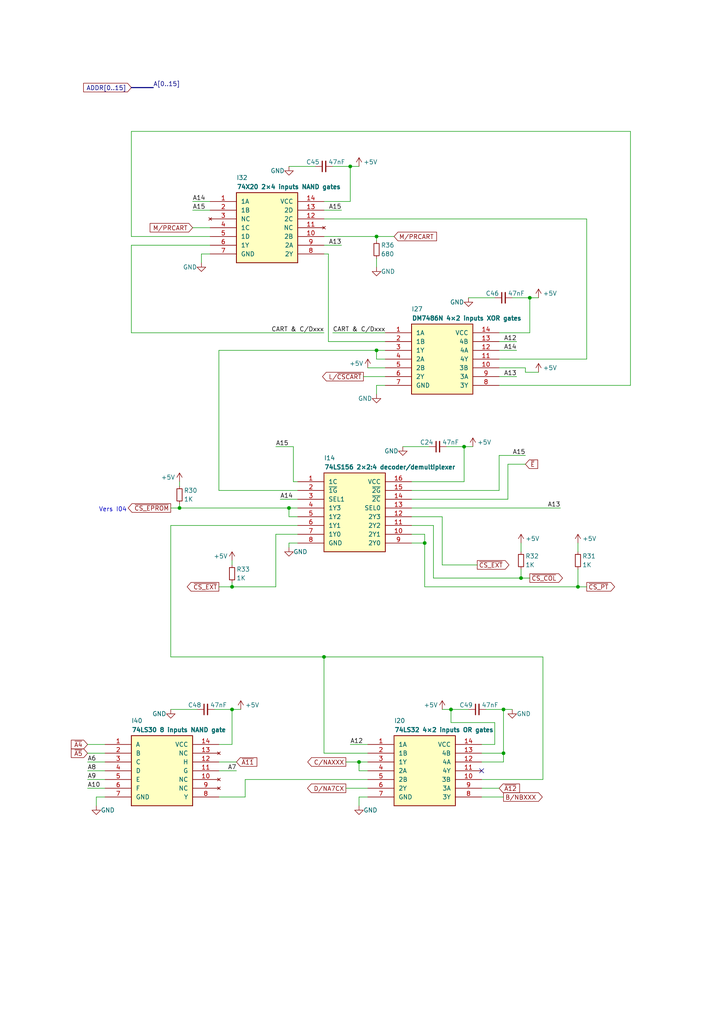
<source format=kicad_sch>
(kicad_sch (version 20211123) (generator eeschema)
  (paper "A4" portrait)
  (title_block (title "Conversion du Thomson MO5 — Unité centrale v1") (date "2023-05-24") (rev "ALPHA") (comment 1 "http://github.com/sporniket/kicad-conversions--thomson-mo5--v1") (comment 3 "Gate Array Motorola MCA 1300 ALS") (comment 4 "Reference : POP5001 501994-01"))
  (lib_symbols
    (symbol "74x156:DUAL_2-LINE_TO_4-LINE_DECODERS_DEMULTIPLEXERS_PHY" (pin_names (offset 1.27))
      (property "Reference" "U" (at -8.89 16.51 0))
      (property "Value" "DUAL_2-LINE_TO_4-LINE_DECODERS_DEMULTIPLEXERS_PHY" (at -8.89 13.97 0))
      (symbol "DUAL_2-LINE_TO_4-LINE_DECODERS_DEMULTIPLEXERS_PHY_0_0"
        (rectangle (start -8.89 11.43) (end 8.89 -11.43) (stroke (width 0.254)) (fill (type background)))
        (pin input line (at -16.51 8.89 0) (length 7.62) (name "1C") (number "1"))
        (pin output line (at 16.51 -6.35 180) (length 7.62) (name "2Y1") (number "10"))
        (pin output line (at 16.51 -3.81 180) (length 7.62) (name "2Y2") (number "11"))
        (pin output line (at 16.51 -1.27 180) (length 7.62) (name "2Y3") (number "12"))
        (pin input line (at 16.51 1.27 180) (length 7.62) (name "SEL0") (number "13"))
        (pin input line (at 16.51 3.81 180) (length 7.62) (name "~{2C}") (number "14"))
        (pin input line (at 16.51 6.35 180) (length 7.62) (name "~{2G}") (number "15"))
        (pin power_in line (at 16.51 8.89 180) (length 7.62) (name "VCC") (number "16"))
        (pin input line (at -16.51 6.35 0) (length 7.62) (name "~{1G}") (number "2"))
        (pin input line (at -16.51 3.81 0) (length 7.62) (name "SEL1") (number "3"))
        (pin output line (at -16.51 1.27 0) (length 7.62) (name "1Y3") (number "4"))
        (pin output line (at -16.51 -1.27 0) (length 7.62) (name "1Y2") (number "5"))
        (pin output line (at -16.51 -3.81 0) (length 7.62) (name "1Y1") (number "6"))
        (pin output line (at -16.51 -6.35 0) (length 7.62) (name "1Y0") (number "7"))
        (pin power_in line (at -16.51 -8.89 0) (length 7.62) (name "GND") (number "8"))
        (pin output line (at 16.51 -8.89 180) (length 7.62) (name "2Y0") (number "9"))
      )
    )
    (symbol "74x20:74X20_DUAL_4-INPUT_POSITIVE-NAND_GATES_PHY" (pin_names (offset 1.27))
      (property "Reference" "U" (at -8.89 15.24 0))
      (property "Value" "74X20_DUAL_4-INPUT_POSITIVE-NAND_GATES_PHY" (at -8.89 12.7 0))
      (symbol "74X20_DUAL_4-INPUT_POSITIVE-NAND_GATES_PHY_0_0"
        (rectangle (start -8.89 10.16) (end 8.89 -10.16) (stroke (width 0.254)) (fill (type background)))
        (pin input line (at -16.51 7.62 0) (length 7.62) (name "1A") (number "1"))
        (pin input line (at 16.51 -2.54 180) (length 7.62) (name "2B") (number "10"))
        (pin no_connect line (at 16.51 0 180) (length 7.62) (name "NC") (number "11"))
        (pin input line (at 16.51 2.54 180) (length 7.62) (name "2C") (number "12"))
        (pin input line (at 16.51 5.08 180) (length 7.62) (name "2D") (number "13"))
        (pin power_in line (at 16.51 7.62 180) (length 7.62) (name "VCC") (number "14"))
        (pin input line (at -16.51 5.08 0) (length 7.62) (name "1B") (number "2"))
        (pin no_connect line (at -16.51 2.54 0) (length 7.62) (name "NC") (number "3"))
        (pin input line (at -16.51 0 0) (length 7.62) (name "1C") (number "4"))
        (pin input line (at -16.51 -2.54 0) (length 7.62) (name "1D") (number "5"))
        (pin output line (at -16.51 -5.08 0) (length 7.62) (name "1Y") (number "6"))
        (pin power_in line (at -16.51 -7.62 0) (length 7.62) (name "GND") (number "7"))
        (pin output line (at 16.51 -7.62 180) (length 7.62) (name "2Y") (number "8"))
        (pin input line (at 16.51 -5.08 180) (length 7.62) (name "2A") (number "9"))
      )
    )
    (symbol "74x30:8-INPUT_POSITIVE-NAND_GATES_PHY" (pin_names (offset 1.27))
      (property "Reference" "U" (at -8.89 15.24 0))
      (property "Value" "8-INPUT_POSITIVE-NAND_GATES_PHY" (at -8.89 12.7 0))
      (symbol "8-INPUT_POSITIVE-NAND_GATES_PHY_0_0"
        (rectangle (start -8.89 10.16) (end 8.89 -10.16) (stroke (width 0.254)) (fill (type background)))
        (pin input line (at -16.51 7.62 0) (length 7.62) (name "A") (number "1"))
        (pin no_connect line (at 16.51 -2.54 180) (length 7.62) (name "NC") (number "10"))
        (pin input line (at 16.51 0 180) (length 7.62) (name "G") (number "11"))
        (pin input line (at 16.51 2.54 180) (length 7.62) (name "H") (number "12"))
        (pin no_connect line (at 16.51 5.08 180) (length 7.62) (name "NC") (number "13"))
        (pin power_in line (at 16.51 7.62 180) (length 7.62) (name "VCC") (number "14"))
        (pin input line (at -16.51 5.08 0) (length 7.62) (name "B") (number "2"))
        (pin input line (at -16.51 2.54 0) (length 7.62) (name "C") (number "3"))
        (pin input line (at -16.51 0 0) (length 7.62) (name "D") (number "4"))
        (pin input line (at -16.51 -2.54 0) (length 7.62) (name "E") (number "5"))
        (pin input line (at -16.51 -5.08 0) (length 7.62) (name "F") (number "6"))
        (pin power_in line (at -16.51 -7.62 0) (length 7.62) (name "GND") (number "7"))
        (pin output line (at 16.51 -7.62 180) (length 7.62) (name "Y") (number "8"))
        (pin no_connect line (at 16.51 -5.08 180) (length 7.62) (name "NC") (number "9"))
      )
    )
    (symbol "74x32:QUADRUPLE_2-INPUTS_POSITIVE-OR_GATES_PHY" (pin_names (offset 1.27))
      (property "Reference" "U" (at -8.89 15.24 0))
      (property "Value" "QUADRUPLE_2-INPUTS_POSITIVE-OR_GATES_PHY" (at -8.89 12.7 0))
      (symbol "QUADRUPLE_2-INPUTS_POSITIVE-OR_GATES_PHY_0_0"
        (rectangle (start -8.89 10.16) (end 8.89 -10.16) (stroke (width 0.254)) (fill (type background)))
        (pin input line (at -16.51 7.62 0) (length 7.62) (name "1A") (number "1"))
        (pin input line (at 16.51 -2.54 180) (length 7.62) (name "3B") (number "10"))
        (pin output line (at 16.51 0 180) (length 7.62) (name "4Y") (number "11"))
        (pin input line (at 16.51 2.54 180) (length 7.62) (name "4A") (number "12"))
        (pin input line (at 16.51 5.08 180) (length 7.62) (name "4B") (number "13"))
        (pin power_in line (at 16.51 7.62 180) (length 7.62) (name "VCC") (number "14"))
        (pin input line (at -16.51 5.08 0) (length 7.62) (name "1B") (number "2"))
        (pin output line (at -16.51 2.54 0) (length 7.62) (name "1Y") (number "3"))
        (pin input line (at -16.51 0 0) (length 7.62) (name "2A") (number "4"))
        (pin input line (at -16.51 -2.54 0) (length 7.62) (name "2B") (number "5"))
        (pin output line (at -16.51 -5.08 0) (length 7.62) (name "2Y") (number "6"))
        (pin power_in line (at -16.51 -7.62 0) (length 7.62) (name "GND") (number "7"))
        (pin output line (at 16.51 -7.62 180) (length 7.62) (name "3Y") (number "8"))
        (pin input line (at 16.51 -5.08 180) (length 7.62) (name "3A") (number "9"))
      )
    )
    (symbol "74x86:74X86_QUAD_2-INPUT_XOR_GATES_PHY" (pin_names (offset 1.27))
      (property "Reference" "U" (at -8.89 15.24 0))
      (property "Value" "74X86_QUAD_2-INPUT_XOR_GATES_PHY" (at -8.89 12.7 0))
      (symbol "74X86_QUAD_2-INPUT_XOR_GATES_PHY_0_0"
        (rectangle (start -8.89 10.16) (end 8.89 -10.16) (stroke (width 0.254)) (fill (type background)))
        (pin input line (at -16.51 7.62 0) (length 7.62) (name "1A") (number "1"))
        (pin input line (at 16.51 -2.54 180) (length 7.62) (name "3B") (number "10"))
        (pin output line (at 16.51 0 180) (length 7.62) (name "4Y") (number "11"))
        (pin input line (at 16.51 2.54 180) (length 7.62) (name "4A") (number "12"))
        (pin input line (at 16.51 5.08 180) (length 7.62) (name "4B") (number "13"))
        (pin power_in line (at 16.51 7.62 180) (length 7.62) (name "VCC") (number "14"))
        (pin input line (at -16.51 5.08 0) (length 7.62) (name "1B") (number "2"))
        (pin output line (at -16.51 2.54 0) (length 7.62) (name "1Y") (number "3"))
        (pin input line (at -16.51 0 0) (length 7.62) (name "2A") (number "4"))
        (pin input line (at -16.51 -2.54 0) (length 7.62) (name "2B") (number "5"))
        (pin output line (at -16.51 -5.08 0) (length 7.62) (name "2Y") (number "6"))
        (pin power_in line (at -16.51 -7.62 0) (length 7.62) (name "GND") (number "7"))
        (pin output line (at 16.51 -7.62 180) (length 7.62) (name "3Y") (number "8"))
        (pin input line (at 16.51 -5.08 180) (length 7.62) (name "3A") (number "9"))
      )
    )
    (symbol "Device:C_Small" (pin_numbers hide) (pin_names (offset 0.254) hide)
      (property "Reference" "C" (at 0.254 1.778 0))
      (property "Value" "C_Small" (at 0.254 -2.032 0))
      (symbol "C_Small_0_1"
        (polyline (pts (xy -1.524 -0.508) (xy 1.524 -0.508)) (stroke (width 0.3302)))
        (polyline (pts (xy -1.524 0.508) (xy 1.524 0.508)) (stroke (width 0.3048)))
      )
      (symbol "C_Small_1_1"
        (pin passive line (at 0 2.54 270) (length 2.032) (name "~") (number "1"))
        (pin passive line (at 0 -2.54 90) (length 2.032) (name "~") (number "2"))
      )
    )
    (symbol "Device:R_Small" (pin_numbers hide) (pin_names (offset 0.254) hide)
      (property "Reference" "R" (at 0.762 0.508 0))
      (property "Value" "R_Small" (at 0.762 -1.016 0))
      (symbol "R_Small_0_1"
        (rectangle (start -0.762 1.778) (end 0.762 -1.778) (stroke (width 0.2032)))
      )
      (symbol "R_Small_1_1"
        (pin passive line (at 0 2.54 270) (length 0.762) (name "~") (number "1"))
        (pin passive line (at 0 -2.54 90) (length 0.762) (name "~") (number "2"))
      )
    )
    (symbol "power:+5V" (power) (pin_names (offset 0))
      (property "Value" "+5V" (at 0 3.556 0))
      (symbol "+5V_0_1"
        (polyline (pts (xy -0.762 1.27) (xy 0 2.54)))
        (polyline (pts (xy 0 0) (xy 0 2.54)))
        (polyline (pts (xy 0 2.54) (xy 0.762 1.27)))
      )
      (symbol "+5V_1_1"
        (pin power_in line (at 0 0 90) (length 0) hide (name "+5V") (number "1"))
      )
    )
    (symbol "power:GND" (power) (pin_names (offset 0))
      (property "Value" "GND" (at 0 -3.81 0))
      (symbol "GND_0_1"
        (polyline (pts (xy 0 0) (xy 0 -1.27) (xy 1.27 -1.27) (xy 0 -2.54) (xy -1.27 -1.27) (xy 0 -1.27)))
      )
      (symbol "GND_1_1"
        (pin power_in line (at 0 0 270) (length 0) hide (name "GND") (number "1"))
      )
    )
  )
  (junction (at 109.22 68.58))
  (junction (at 146.05 218.44))
  (junction (at 67.31 170.18))
  (junction (at 109.22 101.6))
  (junction (at 153.67 86.36))
  (junction (at 83.82 147.32))
  (junction (at 134.62 129.54))
  (junction (at 167.64 170.18))
  (junction (at 67.31 205.74))
  (junction (at 146.05 205.74))
  (junction (at 101.6 48.26))
  (junction (at 151.13 167.64))
  (junction (at 52.07 147.32))
  (junction (at 93.98 190.5))
  (junction (at 123.19 157.48))
  (junction (at 130.81 205.74))
  (junction (at 104.14 220.98))
  (no_connect (at 139.7 223.52))
  (wire (pts (xy 100.33 228.6) (xy 106.68 228.6)))
  (wire (pts (xy 123.19 170.18) (xy 167.64 170.18)))
  (wire (pts (xy 38.1 71.12) (xy 38.1 96.52)))
  (wire (pts (xy 143.51 209.55) (xy 130.81 209.55)))
  (wire (pts (xy 123.19 157.48) (xy 123.19 170.18)))
  (wire (pts (xy 83.82 157.48) (xy 86.36 157.48)))
  (wire (pts (xy 100.33 220.98) (xy 104.14 220.98)))
  (wire (pts (xy 144.78 96.52) (xy 153.67 96.52)))
  (wire (pts (xy 81.28 144.78) (xy 86.36 144.78)))
  (wire (pts (xy 55.88 66.04) (xy 60.96 66.04)))
  (wire (pts (xy 109.22 74.93) (xy 109.22 77.47)))
  (wire (pts (xy 109.22 101.6) (xy 111.76 101.6)))
  (wire (pts (xy 95.25 99.06) (xy 95.25 73.66)))
  (wire (pts (xy 129.54 129.54) (xy 134.62 129.54)))
  (wire (pts (xy 93.98 63.5) (xy 170.18 63.5)))
  (wire (pts (xy 116.84 129.54) (xy 124.46 129.54)))
  (wire (pts (xy 67.31 170.18) (xy 80.01 170.18)))
  (wire (pts (xy 80.01 154.94) (xy 86.36 154.94)))
  (wire (pts (xy 125.73 167.64) (xy 151.13 167.64)))
  (wire (pts (xy 25.4 223.52) (xy 30.48 223.52)))
  (wire (pts (xy 58.42 73.66) (xy 60.96 73.66)))
  (wire (pts (xy 25.4 228.6) (xy 30.48 228.6)))
  (wire (pts (xy 49.53 152.4) (xy 86.36 152.4)))
  (wire (pts (xy 109.22 111.76) (xy 111.76 111.76)))
  (wire (pts (xy 27.94 231.14) (xy 30.48 231.14)))
  (wire (pts (xy 105.41 109.22) (xy 111.76 109.22)))
  (wire (pts (xy 67.31 215.9) (xy 67.31 205.74)))
  (wire (pts (xy 106.68 106.68) (xy 111.76 106.68)))
  (wire (pts (xy 146.05 220.98) (xy 146.05 218.44)))
  (wire (pts (xy 63.5 220.98) (xy 68.58 220.98)))
  (wire (pts (xy 109.22 68.58) (xy 114.3 68.58)))
  (wire (pts (xy 104.14 223.52) (xy 104.14 220.98)))
  (wire (pts (xy 157.48 226.06) (xy 139.7 226.06)))
  (wire (pts (xy 62.23 205.74) (xy 67.31 205.74)))
  (wire (pts (xy 144.78 106.68) (xy 152.4 106.68)))
  (wire (pts (xy 71.12 226.06) (xy 71.12 231.14)))
  (wire (pts (xy 170.18 63.5) (xy 170.18 104.14)))
  (wire (pts (xy 152.4 134.62) (xy 147.32 134.62)))
  (wire (pts (xy 96.52 96.52) (xy 111.76 96.52)))
  (wire (pts (xy 170.18 104.14) (xy 144.78 104.14)))
  (wire (pts (xy 139.7 231.14) (xy 146.05 231.14)))
  (wire (pts (xy 104.14 233.68) (xy 104.14 231.14)))
  (wire (pts (xy 146.05 218.44) (xy 146.05 205.74)))
  (wire (pts (xy 152.4 107.95) (xy 152.4 106.68)))
  (bus (pts (xy 38.1 25.4) (xy 44.45 25.4)))
  (wire (pts (xy 67.31 162.56) (xy 67.31 163.83)))
  (wire (pts (xy 182.88 38.1) (xy 182.88 111.76)))
  (wire (pts (xy 106.68 223.52) (xy 104.14 223.52)))
  (wire (pts (xy 144.78 132.08) (xy 152.4 132.08)))
  (wire (pts (xy 67.31 205.74) (xy 69.85 205.74)))
  (wire (pts (xy 106.68 226.06) (xy 71.12 226.06)))
  (wire (pts (xy 153.67 96.52) (xy 153.67 86.36)))
  (wire (pts (xy 125.73 152.4) (xy 125.73 167.64)))
  (wire (pts (xy 85.09 129.54) (xy 85.09 139.7)))
  (wire (pts (xy 143.51 215.9) (xy 143.51 209.55)))
  (wire (pts (xy 38.1 68.58) (xy 60.96 68.58)))
  (wire (pts (xy 135.89 86.36) (xy 143.51 86.36)))
  (wire (pts (xy 144.78 142.24) (xy 144.78 132.08)))
  (wire (pts (xy 63.5 142.24) (xy 86.36 142.24)))
  (wire (pts (xy 93.98 190.5) (xy 157.48 190.5)))
  (wire (pts (xy 93.98 71.12) (xy 99.06 71.12)))
  (wire (pts (xy 67.31 168.91) (xy 67.31 170.18)))
  (wire (pts (xy 95.25 73.66) (xy 93.98 73.66)))
  (wire (pts (xy 134.62 129.54) (xy 134.62 139.7)))
  (wire (pts (xy 38.1 38.1) (xy 38.1 68.58)))
  (wire (pts (xy 80.01 129.54) (xy 85.09 129.54)))
  (wire (pts (xy 139.7 220.98) (xy 146.05 220.98)))
  (wire (pts (xy 93.98 58.42) (xy 101.6 58.42)))
  (wire (pts (xy 104.14 231.14) (xy 106.68 231.14)))
  (wire (pts (xy 111.76 104.14) (xy 109.22 104.14)))
  (wire (pts (xy 182.88 38.1) (xy 38.1 38.1)))
  (wire (pts (xy 128.27 205.74) (xy 130.81 205.74)))
  (wire (pts (xy 83.82 147.32) (xy 83.82 149.86)))
  (wire (pts (xy 148.59 86.36) (xy 153.67 86.36)))
  (wire (pts (xy 167.64 157.48) (xy 167.64 160.02)))
  (wire (pts (xy 93.98 190.5) (xy 93.98 218.44)))
  (wire (pts (xy 63.5 223.52) (xy 68.58 223.52)))
  (wire (pts (xy 128.27 149.86) (xy 128.27 163.83)))
  (wire (pts (xy 128.27 163.83) (xy 138.43 163.83)))
  (wire (pts (xy 144.78 99.06) (xy 149.86 99.06)))
  (wire (pts (xy 139.7 228.6) (xy 144.78 228.6)))
  (wire (pts (xy 101.6 48.26) (xy 104.14 48.26)))
  (wire (pts (xy 119.38 147.32) (xy 162.56 147.32)))
  (wire (pts (xy 146.05 205.74) (xy 148.59 205.74)))
  (wire (pts (xy 119.38 144.78) (xy 147.32 144.78)))
  (wire (pts (xy 83.82 48.26) (xy 91.44 48.26)))
  (wire (pts (xy 156.21 107.95) (xy 152.4 107.95)))
  (wire (pts (xy 96.52 48.26) (xy 101.6 48.26)))
  (wire (pts (xy 130.81 209.55) (xy 130.81 205.74)))
  (wire (pts (xy 144.78 101.6) (xy 149.86 101.6)))
  (wire (pts (xy 167.64 165.1) (xy 167.64 170.18)))
  (wire (pts (xy 119.38 142.24) (xy 144.78 142.24)))
  (wire (pts (xy 104.14 220.98) (xy 106.68 220.98)))
  (wire (pts (xy 144.78 111.76) (xy 182.88 111.76)))
  (wire (pts (xy 25.4 215.9) (xy 30.48 215.9)))
  (wire (pts (xy 63.5 215.9) (xy 67.31 215.9)))
  (wire (pts (xy 86.36 139.7) (xy 85.09 139.7)))
  (wire (pts (xy 123.19 154.94) (xy 123.19 157.48)))
  (wire (pts (xy 52.07 139.7) (xy 52.07 140.97)))
  (wire (pts (xy 52.07 147.32) (xy 52.07 146.05)))
  (wire (pts (xy 55.88 60.96) (xy 60.96 60.96)))
  (wire (pts (xy 25.4 218.44) (xy 30.48 218.44)))
  (wire (pts (xy 119.38 152.4) (xy 125.73 152.4)))
  (wire (pts (xy 58.42 76.2) (xy 58.42 73.66)))
  (wire (pts (xy 83.82 149.86) (xy 86.36 149.86)))
  (wire (pts (xy 101.6 215.9) (xy 106.68 215.9)))
  (wire (pts (xy 119.38 154.94) (xy 123.19 154.94)))
  (wire (pts (xy 93.98 218.44) (xy 106.68 218.44)))
  (wire (pts (xy 49.53 205.74) (xy 57.15 205.74)))
  (wire (pts (xy 157.48 190.5) (xy 157.48 226.06)))
  (wire (pts (xy 83.82 158.75) (xy 83.82 157.48)))
  (wire (pts (xy 52.07 147.32) (xy 83.82 147.32)))
  (wire (pts (xy 139.7 215.9) (xy 143.51 215.9)))
  (wire (pts (xy 25.4 220.98) (xy 30.48 220.98)))
  (wire (pts (xy 151.13 157.48) (xy 151.13 160.02)))
  (wire (pts (xy 101.6 58.42) (xy 101.6 48.26)))
  (wire (pts (xy 93.98 60.96) (xy 99.06 60.96)))
  (wire (pts (xy 86.36 147.32) (xy 83.82 147.32)))
  (wire (pts (xy 63.5 101.6) (xy 109.22 101.6)))
  (wire (pts (xy 134.62 129.54) (xy 137.16 129.54)))
  (wire (pts (xy 151.13 165.1) (xy 151.13 167.64)))
  (wire (pts (xy 167.64 170.18) (xy 170.18 170.18)))
  (wire (pts (xy 147.32 134.62) (xy 147.32 144.78)))
  (wire (pts (xy 55.88 58.42) (xy 60.96 58.42)))
  (wire (pts (xy 38.1 96.52) (xy 93.98 96.52)))
  (wire (pts (xy 63.5 231.14) (xy 71.12 231.14)))
  (wire (pts (xy 49.53 190.5) (xy 49.53 152.4)))
  (wire (pts (xy 111.76 99.06) (xy 95.25 99.06)))
  (wire (pts (xy 80.01 154.94) (xy 80.01 170.18)))
  (wire (pts (xy 109.22 104.14) (xy 109.22 101.6)))
  (wire (pts (xy 139.7 218.44) (xy 146.05 218.44)))
  (wire (pts (xy 38.1 71.12) (xy 60.96 71.12)))
  (wire (pts (xy 144.78 109.22) (xy 149.86 109.22)))
  (wire (pts (xy 25.4 226.06) (xy 30.48 226.06)))
  (wire (pts (xy 119.38 157.48) (xy 123.19 157.48)))
  (wire (pts (xy 119.38 139.7) (xy 134.62 139.7)))
  (wire (pts (xy 49.53 190.5) (xy 93.98 190.5)))
  (wire (pts (xy 119.38 149.86) (xy 128.27 149.86)))
  (wire (pts (xy 109.22 114.3) (xy 109.22 111.76)))
  (wire (pts (xy 153.67 86.36) (xy 156.21 86.36)))
  (wire (pts (xy 109.22 68.58) (xy 109.22 69.85)))
  (wire (pts (xy 130.81 205.74) (xy 135.89 205.74)))
  (wire (pts (xy 63.5 170.18) (xy 67.31 170.18)))
  (wire (pts (xy 140.97 205.74) (xy 146.05 205.74)))
  (wire (pts (xy 27.94 233.68) (xy 27.94 231.14)))
  (wire (pts (xy 151.13 167.64) (xy 153.67 167.64)))
  (wire (pts (xy 63.5 101.6) (xy 63.5 142.24)))
  (wire (pts (xy 49.53 147.32) (xy 52.07 147.32)))
  (wire (pts (xy 93.98 68.58) (xy 109.22 68.58)))
  (text "Vers I04" (at 36.83 148.59 180) (effects (font (size 1.27 1.27)) (justify right bottom)))
  (label "A15" (at 80.01 129.54 0))
  (label "A14" (at 55.88 58.42 0))
  (label "CART & C{slash}Dxxx" (at 96.52 96.52 0))
  (label "A[0..15]" (at 44.45 25.4 0))
  (label "A10" (at 25.4 228.6 0))
  (label "A8" (at 25.4 223.52 0))
  (label "A9" (at 25.4 226.06 0))
  (label "A13" (at 149.86 109.22 180))
  (label "A12" (at 149.86 99.06 180))
  (label "A14" (at 149.86 101.6 180))
  (label "A15" (at 55.88 60.96 0))
  (label "A15" (at 152.4 132.08 180))
  (label "A13" (at 99.06 71.12 180))
  (label "A7" (at 68.58 223.52 180))
  (label "A15" (at 99.06 60.96 180))
  (label "A14" (at 81.28 144.78 0))
  (label "CART & C{slash}Dxxx" (at 93.98 96.52 180))
  (label "A12" (at 101.6 215.9 0))
  (label "A13" (at 162.56 147.32 180))
  (label "A6" (at 25.4 220.98 0))
  (global_label "~{CS_PT}" (shape output) (at 170.18 170.18 0) (property "Intersheet References" "${INTERSHEET_REFS}" (effects hide)))
  (global_label "~{A5}" (shape input) (at 25.4 218.44 180) (property "Intersheet References" "${INTERSHEET_REFS}" (effects hide)))
  (global_label "~{CS_EXT}" (shape output) (at 138.43 163.83 0) (property "Intersheet References" "${INTERSHEET_REFS}" (effects hide)))
  (global_label "~{CS_COL}" (shape output) (at 153.67 167.64 0) (property "Intersheet References" "${INTERSHEET_REFS}" (effects hide)))
  (global_label "~{A12}" (shape input) (at 144.78 228.6 0) (property "Intersheet References" "${INTERSHEET_REFS}" (effects hide)))
  (global_label "C{slash}NAXXX" (shape output) (at 100.33 220.98 180) (property "Intersheet References" "${INTERSHEET_REFS}" (effects hide)))
  (global_label "ADDR[0..15]" (shape input) (at 38.1 25.4 180) (property "Intersheet References" "${INTERSHEET_REFS}" (effects hide)))
  (global_label "~{A4}" (shape input) (at 25.4 215.9 180) (property "Intersheet References" "${INTERSHEET_REFS}" (effects hide)))
  (global_label "B{slash}NBXXX" (shape output) (at 146.05 231.14 0) (property "Intersheet References" "${INTERSHEET_REFS}" (effects hide)))
  (global_label "~{A11}" (shape input) (at 68.58 220.98 0) (property "Intersheet References" "${INTERSHEET_REFS}" (effects hide)))
  (global_label "M{slash}PRCART" (shape input) (at 114.3 68.58 0) (property "Intersheet References" "${INTERSHEET_REFS}" (effects hide)))
  (global_label "M{slash}PRCART" (shape input) (at 55.88 66.04 180) (property "Intersheet References" "${INTERSHEET_REFS}" (effects hide)))
  (global_label "~{CS_EPROM}" (shape output) (at 49.53 147.32 180) (property "Intersheet References" "${INTERSHEET_REFS}" (effects hide)))
  (global_label "L{slash}~{CSCART}" (shape output) (at 105.41 109.22 180) (property "Intersheet References" "${INTERSHEET_REFS}" (effects hide)))
  (global_label "D{slash}NA7CX" (shape output) (at 100.33 228.6 180) (property "Intersheet References" "${INTERSHEET_REFS}" (effects hide)))
  (global_label "~{CS_EXT}" (shape output) (at 63.5 170.18 180) (property "Intersheet References" "${INTERSHEET_REFS}" (effects hide)))
  (global_label "~{E}" (shape input) (at 152.4 134.62 0) (property "Intersheet References" "${INTERSHEET_REFS}" (effects hide)))
  (symbol (lib_id "power:+5V") (at 69.85 205.74 0) (unit 1)
    (property "Reference" "#PWR?" (effects hide))
    (property "Value" "+5V" (at 71.12 204.47 0) (effects (justify left)))
  )
  (symbol (lib_id "power:GND") (at 58.42 76.2 0) (unit 1)
    (property "Reference" "#PWR?" (effects hide))
    (property "Value" "GND" (at 57.15 77.47 0) (effects (justify right)))
  )
  (symbol (lib_id "Device:C_Small") (at 138.43 205.74 90) (unit 1)
    (property "Reference" "C49" (at 137.16 204.47 90) (effects (justify left)))
    (property "Value" "47nF" (at 139.7 204.47 90) (effects (justify right)))
  )
  (symbol (lib_id "Device:C_Small") (at 127 129.54 90) (unit 1)
    (property "Reference" "C24" (at 125.73 128.27 90) (effects (justify left)))
    (property "Value" "47nF" (at 128.27 128.27 90) (effects (justify right)))
  )
  (symbol (lib_id "power:+5V") (at 156.21 86.36 0) (unit 1)
    (property "Reference" "#PWR?" (effects hide))
    (property "Value" "+5V" (at 157.48 85.09 0) (effects (justify left)))
  )
  (symbol (lib_id "power:GND") (at 104.14 233.68 0) (unit 1)
    (property "Reference" "#PWR?" (effects hide))
    (property "Value" "GND" (at 105.41 234.95 0) (effects (justify left)))
  )
  (symbol (lib_id "Device:R_Small") (at 67.31 166.37 0) (unit 1)
    (property "Reference" "R33" (at 68.58 165.1 0) (effects (justify left)))
    (property "Value" "1K" (at 68.58 167.64 0) (effects (justify left)))
  )
  (symbol (lib_id "power:GND") (at 109.22 114.3 0) (unit 1)
    (property "Reference" "#PWR?" (effects hide))
    (property "Value" "GND" (at 107.95 115.57 0) (effects (justify right)))
  )
  (symbol (lib_id "Device:R_Small") (at 151.13 162.56 0) (unit 1)
    (property "Reference" "R32" (at 152.4 161.29 0) (effects (justify left)))
    (property "Value" "1K" (at 152.4 163.83 0) (effects (justify left)))
  )
  (symbol (lib_id "Device:C_Small") (at 146.05 86.36 90) (unit 1)
    (property "Reference" "C46" (at 144.78 85.09 90) (effects (justify left)))
    (property "Value" "47nF" (at 147.32 85.09 90) (effects (justify right)))
  )
  (symbol (lib_id "power:+5V") (at 106.68 106.68 0) (unit 1)
    (property "Reference" "#PWR?" (effects hide))
    (property "Value" "+5V" (at 105.41 105.41 0) (effects (justify right)))
  )
  (symbol (lib_id "power:GND") (at 116.84 129.54 0) (unit 1)
    (property "Reference" "#PWR?" (effects hide))
    (property "Value" "GND" (at 115.57 130.81 0) (effects (justify right)))
  )
  (symbol (lib_id "power:+5V") (at 52.07 139.7 0) (unit 1)
    (property "Reference" "#PWR?" (effects hide))
    (property "Value" "+5V" (at 50.8 138.43 0) (effects (justify right)))
  )
  (symbol (lib_id "74x156:DUAL_2-LINE_TO_4-LINE_DECODERS_DEMULTIPLEXERS_PHY") (at 102.87 148.59 0) (unit 1)
    (property "Reference" "I14" (at 93.98 132.08 0) (effects (justify left top)))
    (property "Value" "74LS156 2×2:4 decoder/demultiplexer" (at 93.98 134.62 0) (effects (font bold) (justify left top)))
    (property "Footprint" "Package_DIP:DIP-16_W7.62mm_LongPads" (effects hide))
    (property "Datasheet" "https://www.ti.com/lit/ds/symlink/sn74ls156.pdf" (effects hide))
  )
  (symbol (lib_id "power:GND") (at 83.82 48.26 0) (unit 1)
    (property "Reference" "#PWR?" (effects hide))
    (property "Value" "GND" (at 82.55 49.53 0) (effects (justify right)))
  )
  (symbol (lib_id "power:GND") (at 148.59 205.74 0) (unit 1)
    (property "Reference" "#PWR?" (effects hide))
    (property "Value" "GND" (at 149.86 207.01 0) (effects (justify left)))
  )
  (symbol (lib_id "power:GND") (at 109.22 77.47 0) (unit 1)
    (property "Reference" "#PWR?" (effects hide))
    (property "Value" "GND" (at 110.49 78.74 0) (effects (justify left)))
  )
  (symbol (lib_id "power:GND") (at 49.53 205.74 0) (unit 1)
    (property "Reference" "#PWR?" (effects hide))
    (property "Value" "GND" (at 48.26 207.01 0) (effects (justify right)))
  )
  (symbol (lib_id "Device:R_Small") (at 52.07 143.51 0) (unit 1)
    (property "Reference" "R30" (at 53.34 142.24 0) (effects (justify left)))
    (property "Value" "1K" (at 53.34 144.78 0) (effects (justify left)))
  )
  (symbol (lib_id "power:+5V") (at 104.14 48.26 0) (unit 1)
    (property "Reference" "#PWR?" (effects hide))
    (property "Value" "+5V" (at 105.41 46.99 0) (effects (justify left)))
  )
  (symbol (lib_id "Device:R_Small") (at 109.22 72.39 0) (unit 1)
    (property "Reference" "R36" (at 110.49 71.12 0) (effects (justify left)))
    (property "Value" "680" (at 110.49 73.66 0) (effects (justify left)))
  )
  (symbol (lib_id "74x20:74X20_DUAL_4-INPUT_POSITIVE-NAND_GATES_PHY") (at 77.47 66.04 0) (unit 1)
    (property "Reference" "I32" (at 68.58 50.8 0) (effects (justify left top)))
    (property "Value" "74X20 2×4 inputs NAND gates" (at 68.58 53.34 0) (effects (font bold) (justify left top)))
    (property "Footprint" "Package_DIP:DIP-14_W7.62mm_LongPads" (effects hide))
    (property "Datasheet" "https://www.ti.com/lit/ds/symlink/sn74ls20.pdf" (effects hide))
  )
  (symbol (lib_id "Device:C_Small") (at 59.69 205.74 90) (unit 1)
    (property "Reference" "C48" (at 58.42 204.47 90) (effects (justify left)))
    (property "Value" "47nF" (at 60.96 204.47 90) (effects (justify right)))
  )
  (symbol (lib_id "power:GND") (at 135.89 86.36 0) (unit 1)
    (property "Reference" "#PWR?" (effects hide))
    (property "Value" "GND" (at 134.62 87.63 0) (effects (justify right)))
  )
  (symbol (lib_id "74x32:QUADRUPLE_2-INPUTS_POSITIVE-OR_GATES_PHY") (at 123.19 223.52 0) (unit 1)
    (property "Reference" "I20" (at 114.3 208.28 0) (effects (justify left top)))
    (property "Value" "74LS32 4×2 inputs OR gates" (at 114.3 210.82 0) (effects (font bold) (justify left top)))
    (property "Footprint" "Package_DIP:DIP-14_W7.62mm_LongPads" (effects hide))
    (property "Datasheet" "https://www.ti.com/lit/ds/symlink/sn74ls32.pdf" (effects hide))
  )
  (symbol (lib_id "Device:R_Small") (at 167.64 162.56 0) (unit 1)
    (property "Reference" "R31" (at 168.91 161.29 0) (effects (justify left)))
    (property "Value" "1K" (at 168.91 163.83 0) (effects (justify left)))
  )
  (symbol (lib_id "power:GND") (at 27.94 233.68 0) (unit 1)
    (property "Reference" "#PWR?" (effects hide))
    (property "Value" "GND" (at 29.21 234.95 0) (effects (justify left)))
  )
  (symbol (lib_id "power:+5V") (at 137.16 129.54 0) (unit 1)
    (property "Reference" "#PWR?" (effects hide))
    (property "Value" "+5V" (at 138.43 128.27 0) (effects (justify left)))
  )
  (symbol (lib_id "power:+5V") (at 167.64 157.48 0) (unit 1)
    (property "Reference" "#PWR?" (effects hide))
    (property "Value" "+5V" (at 168.91 156.21 0) (effects (justify left)))
  )
  (symbol (lib_id "74x30:8-INPUT_POSITIVE-NAND_GATES_PHY") (at 46.99 223.52 0) (unit 1)
    (property "Reference" "I40" (at 38.1 208.28 0) (effects (justify left top)))
    (property "Value" "74LS30 8 inputs NAND gate" (at 38.1 210.82 0) (effects (font bold) (justify left top)))
    (property "Footprint" "Package_DIP:DIP-14_W7.62mm_LongPads" (effects hide))
    (property "Datasheet" "https://www.ti.com/lit/ds/symlink/sn5430.pdf" (effects hide))
  )
  (symbol (lib_id "power:+5V") (at 128.27 205.74 0) (unit 1)
    (property "Reference" "#PWR?" (effects hide))
    (property "Value" "+5V" (at 127 204.47 0) (effects (justify right)))
  )
  (symbol (lib_id "power:GND") (at 83.82 158.75 0) (unit 1)
    (property "Reference" "#PWR?" (effects hide))
    (property "Value" "GND" (at 85.09 160.02 0) (effects (justify left)))
  )
  (symbol (lib_id "power:+5V") (at 156.21 107.95 0) (unit 1)
    (property "Reference" "#PWR?" (effects hide))
    (property "Value" "+5V" (at 157.48 106.68 0) (effects (justify left)))
  )
  (symbol (lib_id "Device:C_Small") (at 93.98 48.26 90) (unit 1)
    (property "Reference" "C45" (at 92.71 46.99 90) (effects (justify left)))
    (property "Value" "47nF" (at 95.25 46.99 90) (effects (justify right)))
  )
  (symbol (lib_id "power:+5V") (at 67.31 162.56 0) (unit 1)
    (property "Reference" "#PWR?" (effects hide))
    (property "Value" "+5V" (at 66.04 161.29 0) (effects (justify right)))
  )
  (symbol (lib_id "power:+5V") (at 151.13 157.48 0) (unit 1)
    (property "Reference" "#PWR?" (effects hide))
    (property "Value" "+5V" (at 152.4 156.21 0) (effects (justify left)))
  )
  (symbol (lib_id "74x86:74X86_QUAD_2-INPUT_XOR_GATES_PHY") (at 128.27 104.14 0) (unit 1)
    (property "Reference" "I27" (at 119.38 88.9 0) (effects (justify left top)))
    (property "Value" "DM7486N 4×2 inputs XOR gates" (at 119.38 91.44 0) (effects (font bold) (justify left top)))
    (property "Footprint" "Package_DIP:DIP-14_W7.62mm_LongPads" (effects hide))
    (property "Datasheet" "https://www.ti.com/lit/ds/symlink/sn54s86.pdf" (effects hide))
  )
)
</source>
